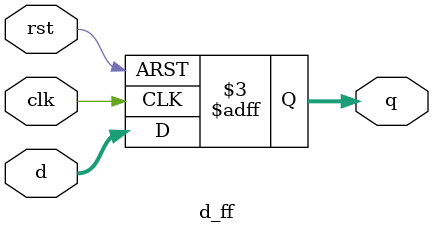
<source format=v>
module d_ff #(
    parameter WIDTH = 7  // Default width is 8 bits
)(
    input  wire                 clk,  // Clock input
    input  wire                 rst,  // Asynchronous reset (active high)
    input  wire [WIDTH-1:0]     d,    // Data input
    output reg  [WIDTH-1:0]     q     // Output
);

    always @(posedge clk or negedge rst) begin
        if (!rst)
            q <= {WIDTH{1'b0}}; // Reset all bits to 0
        else
            q <= d;             // Latch input data
    end

endmodule


</source>
